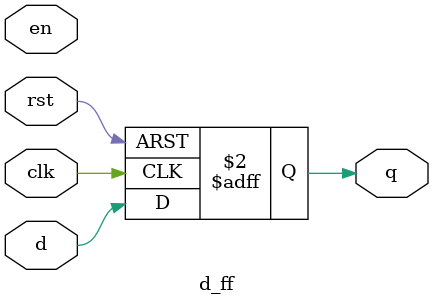
<source format=sv>
module d_ff (
    input logic clk,
    input logic rst,
    input logic en,
    input logic d,

    output logic q
);
    always_ff @( posedge clk or posedge rst ) begin
        if (rst)
            q <= 0;
        // else if (en)
        else            // ❌ BUG: en is ignored
            q <= d;
        
    end

endmodule
</source>
